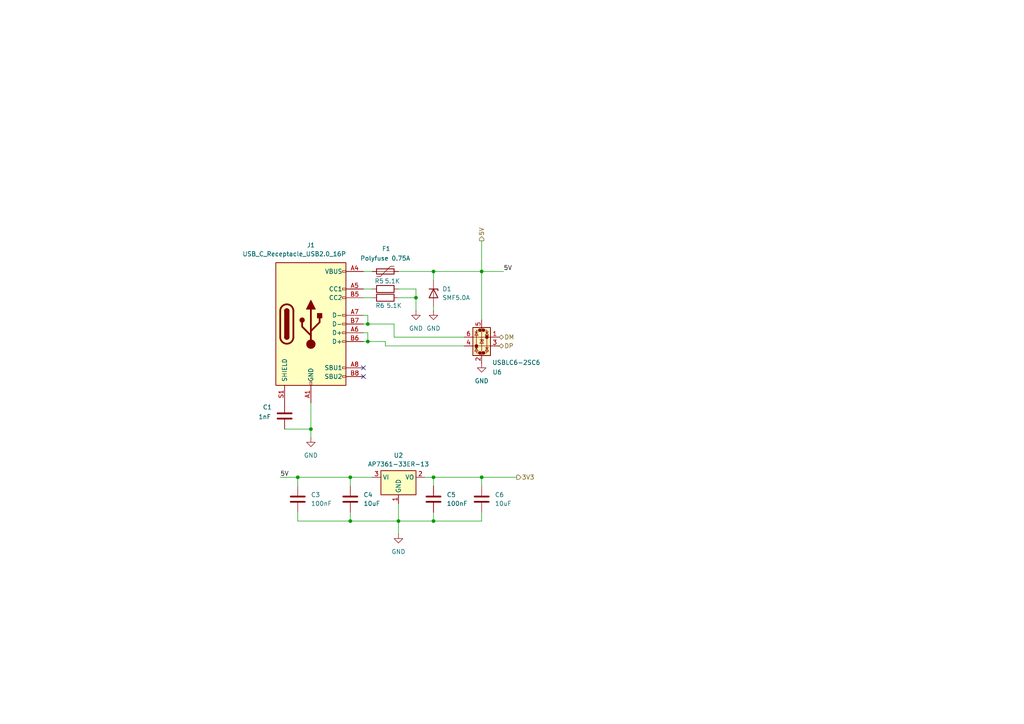
<source format=kicad_sch>
(kicad_sch (version 20250114) (generator "eeschema") (generator_version "9.0")
  (paper "A4")
  (lib_symbols
    (symbol "Connector:USB_C_Receptacle_USB2.0_16P" (pin_names (offset 1.016))
      (property "Reference" "J" (at 0 22.225 0))
      (property "Value" "USB_C_Receptacle_USB2.0_16P" (at 0 19.685 0))
      (symbol "USB_C_Receptacle_USB2.0_16P_0_0"
        (rectangle (start -0.254 -17.78) (end 0.254 -16.764))
        (rectangle (start 10.16 15.494) (end 9.144 14.986))
        (rectangle (start 10.16 10.414) (end 9.144 9.906))
        (rectangle (start 10.16 7.874) (end 9.144 7.366))
        (rectangle (start 10.16 2.794) (end 9.144 2.286))
        (rectangle (start 10.16 0.254) (end 9.144 -0.254))
        (rectangle (start 10.16 -2.286) (end 9.144 -2.794))
        (rectangle (start 10.16 -4.826) (end 9.144 -5.334))
        (rectangle (start 10.16 -12.446) (end 9.144 -12.954))
        (rectangle (start 10.16 -14.986) (end 9.144 -15.494))
      )
      (symbol "USB_C_Receptacle_USB2.0_16P_0_1"
        (rectangle (start -10.16 17.78) (end 10.16 -17.78) (stroke (width 0.254)) (fill (type background)))
        (polyline (pts (xy -8.89 -3.81) (xy -8.89 3.81)) (stroke (width 0.508)))
        (rectangle (start -7.62 -3.81) (end -6.35 3.81) (stroke (width 0.254)) (fill (type outline)))
        (arc (start -7.62 3.81) (mid -6.985 4.4423) (end -6.35 3.81) (stroke (width 0.254)))
        (arc (start -7.62 3.81) (mid -6.985 4.4423) (end -6.35 3.81) (stroke (width 0.254)) (fill (type outline)))
        (arc (start -8.89 3.81) (mid -6.985 5.7067) (end -5.08 3.81) (stroke (width 0.508)))
        (arc (start -5.08 -3.81) (mid -6.985 -5.7067) (end -8.89 -3.81) (stroke (width 0.508)))
        (arc (start -6.35 -3.81) (mid -6.985 -4.4423) (end -7.62 -3.81) (stroke (width 0.254)))
        (arc (start -6.35 -3.81) (mid -6.985 -4.4423) (end -7.62 -3.81) (stroke (width 0.254)) (fill (type outline)))
        (polyline (pts (xy -5.08 3.81) (xy -5.08 -3.81)) (stroke (width 0.508)))
        (circle (center -2.54 1.143) (radius 0.635) (stroke (width 0.254)) (fill (type outline)))
        (polyline (pts (xy -1.27 4.318) (xy 0 6.858) (xy 1.27 4.318) (xy -1.27 4.318)) (stroke (width 0.254)) (fill (type outline)))
        (polyline (pts (xy 0 -2.032) (xy 2.54 0.508) (xy 2.54 1.778)) (stroke (width 0.508)))
        (polyline (pts (xy 0 -3.302) (xy -2.54 -0.762) (xy -2.54 0.508)) (stroke (width 0.508)))
        (polyline (pts (xy 0 -5.842) (xy 0 4.318)) (stroke (width 0.508)))
        (circle (center 0 -5.842) (radius 1.27) (fill (type outline)))
        (rectangle (start 1.905 1.778) (end 3.175 3.048) (stroke (width 0.254)) (fill (type outline)))
      )
      (symbol "USB_C_Receptacle_USB2.0_16P_1_1"
        (pin passive line (at -7.62 -22.86 90) (length 5.08) (name "SHIELD") (number "S1"))
        (pin passive line (at 0 -22.86 90) (length 5.08) (name "GND") (number "A1"))
        (pin passive line (at 0 -22.86 90) (length 5.08) (hide yes) (name "GND") (number "A12"))
        (pin passive line (at 0 -22.86 90) (length 5.08) (hide yes) (name "GND") (number "B1"))
        (pin passive line (at 0 -22.86 90) (length 5.08) (hide yes) (name "GND") (number "B12"))
        (pin passive line (at 15.24 15.24 180) (length 5.08) (name "VBUS") (number "A4"))
        (pin passive line (at 15.24 15.24 180) (length 5.08) (hide yes) (name "VBUS") (number "A9"))
        (pin passive line (at 15.24 15.24 180) (length 5.08) (hide yes) (name "VBUS") (number "B4"))
        (pin passive line (at 15.24 15.24 180) (length 5.08) (hide yes) (name "VBUS") (number "B9"))
        (pin bidirectional line (at 15.24 10.16 180) (length 5.08) (name "CC1") (number "A5"))
        (pin bidirectional line (at 15.24 7.62 180) (length 5.08) (name "CC2") (number "B5"))
        (pin bidirectional line (at 15.24 2.54 180) (length 5.08) (name "D-") (number "A7"))
        (pin bidirectional line (at 15.24 0 180) (length 5.08) (name "D-") (number "B7"))
        (pin bidirectional line (at 15.24 -2.54 180) (length 5.08) (name "D+") (number "A6"))
        (pin bidirectional line (at 15.24 -5.08 180) (length 5.08) (name "D+") (number "B6"))
        (pin bidirectional line (at 15.24 -12.7 180) (length 5.08) (name "SBU1") (number "A8"))
        (pin bidirectional line (at 15.24 -15.24 180) (length 5.08) (name "SBU2") (number "B8"))
      )
    )
    (symbol "Device:C" (pin_numbers (hide yes)) (pin_names (offset 0.254))
      (property "Reference" "C" (at 0.635 2.54 0))
      (property "Value" "C" (at 0.635 -2.54 0))
      (symbol "C_0_1"
        (polyline (pts (xy -2.032 0.762) (xy 2.032 0.762)) (stroke (width 0.508)))
        (polyline (pts (xy -2.032 -0.762) (xy 2.032 -0.762)) (stroke (width 0.508)))
      )
      (symbol "C_1_1"
        (pin passive line (at 0 3.81 270) (length 2.794) (name "~") (number "1"))
        (pin passive line (at 0 -3.81 90) (length 2.794) (name "~") (number "2"))
      )
    )
    (symbol "Device:D_Zener" (pin_numbers (hide yes)) (pin_names (offset 1.016) (hide yes))
      (property "Reference" "D" (at 0 2.54 0))
      (property "Value" "D_Zener" (at 0 -2.54 0))
      (symbol "D_Zener_0_1"
        (polyline (pts (xy -1.27 -1.27) (xy -1.27 1.27) (xy -0.762 1.27)) (stroke (width 0.254)))
        (polyline (pts (xy 1.27 0) (xy -1.27 0)))
        (polyline (pts (xy 1.27 -1.27) (xy 1.27 1.27) (xy -1.27 0) (xy 1.27 -1.27)) (stroke (width 0.254)))
      )
      (symbol "D_Zener_1_1"
        (pin passive line (at -3.81 0 0) (length 2.54) (name "K") (number "1"))
        (pin passive line (at 3.81 0 180) (length 2.54) (name "A") (number "2"))
      )
    )
    (symbol "Device:Polyfuse" (pin_numbers (hide yes)) (pin_names (offset 0))
      (property "Reference" "F" (at -2.54 0 90))
      (property "Value" "Polyfuse" (at 2.54 0 90))
      (symbol "Polyfuse_0_1"
        (polyline (pts (xy -1.524 2.54) (xy -1.524 1.524) (xy 1.524 -1.524) (xy 1.524 -2.54)))
        (rectangle (start -0.762 2.54) (end 0.762 -2.54) (stroke (width 0.254)))
        (polyline (pts (xy 0 2.54) (xy 0 -2.54)))
      )
      (symbol "Polyfuse_1_1"
        (pin passive line (at 0 3.81 270) (length 1.27) (name "~") (number "1"))
        (pin passive line (at 0 -3.81 90) (length 1.27) (name "~") (number "2"))
      )
    )
    (symbol "Device:R" (pin_numbers (hide yes)) (pin_names (offset 0))
      (property "Reference" "R" (at 2.032 0 90))
      (property "Value" "R" (at 0 0 90))
      (symbol "R_0_1"
        (rectangle (start -1.016 -2.54) (end 1.016 2.54) (stroke (width 0.254)))
      )
      (symbol "R_1_1"
        (pin passive line (at 0 3.81 270) (length 1.27) (name "~") (number "1"))
        (pin passive line (at 0 -3.81 90) (length 1.27) (name "~") (number "2"))
      )
    )
    (symbol "Power_Protection:USBLC6-2SC6" (pin_names (hide yes))
      (property "Reference" "U" (at 0.635 5.715 0))
      (property "Value" "USBLC6-2SC6" (at 0.635 3.81 0))
      (symbol "USBLC6-2SC6_0_0"
        (circle (center -1.524 0) (radius 0.0001) (stroke (width 0.508)))
        (circle (center -0.508 2.032) (radius 0.0001) (stroke (width 0.508)))
        (circle (center -0.508 -4.572) (radius 0.0001) (stroke (width 0.508)))
        (circle (center 0.508 2.032) (radius 0.0001) (stroke (width 0.508)))
        (circle (center 0.508 -4.572) (radius 0.0001) (stroke (width 0.508)))
        (circle (center 1.524 -2.54) (radius 0.0001) (stroke (width 0.508)))
      )
      (symbol "USBLC6-2SC6_0_1"
        (polyline (pts (xy -2.54 0) (xy 2.54 0)))
        (polyline (pts (xy -2.54 -2.54) (xy 2.54 -2.54)))
        (polyline (pts (xy -2.032 0.508) (xy -1.016 0.508) (xy -1.524 1.524) (xy -2.032 0.508)))
        (polyline (pts (xy -2.032 -3.048) (xy -1.016 -3.048)))
        (polyline (pts (xy -1.016 1.524) (xy -2.032 1.524)))
        (polyline (pts (xy -1.016 -4.064) (xy -2.032 -4.064) (xy -1.524 -3.048) (xy -1.016 -4.064)))
        (polyline (pts (xy -0.508 -1.143) (xy -0.508 -0.762) (xy 0.508 -0.762)))
        (polyline (pts (xy 0 2.54) (xy -0.508 2.032) (xy 0.508 2.032) (xy 0 1.524) (xy 0 -4.064) (xy -0.508 -4.572) (xy 0.508 -4.572) (xy 0 -5.08)))
        (polyline (pts (xy 0.508 -1.778) (xy -0.508 -1.778) (xy 0 -0.762) (xy 0.508 -1.778)))
        (polyline (pts (xy 1.016 1.524) (xy 2.032 1.524)))
        (polyline (pts (xy 1.016 -3.048) (xy 2.032 -3.048)))
        (polyline (pts (xy 2.032 0.508) (xy 1.016 0.508) (xy 1.524 1.524) (xy 2.032 0.508)))
        (polyline (pts (xy 2.032 -4.064) (xy 1.016 -4.064) (xy 1.524 -3.048) (xy 2.032 -4.064)))
      )
      (symbol "USBLC6-2SC6_1_1"
        (rectangle (start -2.54 2.794) (end 2.54 -5.334) (stroke (width 0.254)) (fill (type background)))
        (polyline (pts (xy -0.508 2.032) (xy -1.524 2.032) (xy -1.524 -4.572) (xy -0.508 -4.572)))
        (polyline (pts (xy 0.508 -4.572) (xy 1.524 -4.572) (xy 1.524 2.032) (xy 0.508 2.032)))
        (pin passive line (at -5.08 0 0) (length 2.54) (name "I/O1") (number "1"))
        (pin passive line (at -5.08 -2.54 0) (length 2.54) (name "I/O2") (number "3"))
        (pin passive line (at 0 5.08 270) (length 2.54) (name "VBUS") (number "5"))
        (pin passive line (at 0 -7.62 90) (length 2.54) (name "GND") (number "2"))
        (pin passive line (at 5.08 0 180) (length 2.54) (name "I/O1") (number "6"))
        (pin passive line (at 5.08 -2.54 180) (length 2.54) (name "I/O2") (number "4"))
      )
    )
    (symbol "Regulator_Linear:AMS1117-3.3"
      (property "Reference" "U" (at -3.81 3.175 0))
      (property "Value" "AMS1117-3.3" (at 0 3.175 0))
      (symbol "AMS1117-3.3_0_1"
        (rectangle (start -5.08 -5.08) (end 5.08 1.905) (stroke (width 0.254)) (fill (type background)))
      )
      (symbol "AMS1117-3.3_1_1"
        (pin power_in line (at -7.62 0 0) (length 2.54) (name "VI") (number "3"))
        (pin power_in line (at 0 -7.62 90) (length 2.54) (name "GND") (number "1"))
        (pin power_out line (at 7.62 0 180) (length 2.54) (name "VO") (number "2"))
      )
    )
    (symbol "power:GND" (power) (pin_numbers (hide yes)) (pin_names (offset 0) (hide yes))
      (property "Value" "GND" (at 0 -3.81 0))
      (symbol "GND_0_1"
        (polyline (pts (xy 0 0) (xy 0 -1.27) (xy 1.27 -1.27) (xy 0 -2.54) (xy -1.27 -1.27) (xy 0 -1.27)))
      )
      (symbol "GND_1_1"
        (pin power_in line (at 0 0 270) (length 0) (name "~") (number "1"))
      )
    )
  )
  (junction (at 139.7 138.43))
  (junction (at 139.7 78.74))
  (junction (at 101.6 138.43))
  (junction (at 106.68 93.98))
  (junction (at 106.68 99.06))
  (junction (at 90.17 124.46))
  (junction (at 125.73 138.43))
  (junction (at 86.36 138.43))
  (junction (at 101.6 151.13))
  (junction (at 125.73 78.74))
  (junction (at 120.65 86.36))
  (junction (at 125.73 151.13))
  (junction (at 115.57 151.13))
  (no_connect (at 105.41 106.68))
  (no_connect (at 105.41 109.22))
  (wire (pts (xy 115.57 146.05) (xy 115.57 151.13)))
  (wire (pts (xy 139.7 78.74) (xy 139.7 92.71)))
  (wire (pts (xy 114.3 97.79) (xy 134.62 97.79)))
  (wire (pts (xy 139.7 151.13) (xy 139.7 148.59)))
  (wire (pts (xy 106.68 93.98) (xy 105.41 93.98)))
  (wire (pts (xy 111.76 100.33) (xy 111.76 99.06)))
  (wire (pts (xy 101.6 151.13) (xy 115.57 151.13)))
  (wire (pts (xy 115.57 86.36) (xy 120.65 86.36)))
  (wire (pts (xy 123.19 138.43) (xy 125.73 138.43)))
  (wire (pts (xy 81.28 138.43) (xy 86.36 138.43)))
  (wire (pts (xy 120.65 86.36) (xy 120.65 90.17)))
  (wire (pts (xy 120.65 83.82) (xy 120.65 86.36)))
  (wire (pts (xy 106.68 96.52) (xy 106.68 99.06)))
  (wire (pts (xy 101.6 151.13) (xy 101.6 148.59)))
  (wire (pts (xy 106.68 96.52) (xy 105.41 96.52)))
  (wire (pts (xy 125.73 151.13) (xy 139.7 151.13)))
  (wire (pts (xy 115.57 78.74) (xy 125.73 78.74)))
  (wire (pts (xy 106.68 91.44) (xy 106.68 93.98)))
  (wire (pts (xy 125.73 78.74) (xy 125.73 81.28)))
  (wire (pts (xy 115.57 83.82) (xy 120.65 83.82)))
  (wire (pts (xy 90.17 124.46) (xy 90.17 127)))
  (wire (pts (xy 125.73 138.43) (xy 125.73 140.97)))
  (wire (pts (xy 106.68 93.98) (xy 114.3 93.98)))
  (wire (pts (xy 86.36 140.97) (xy 86.36 138.43)))
  (wire (pts (xy 86.36 148.59) (xy 86.36 151.13)))
  (wire (pts (xy 114.3 93.98) (xy 114.3 97.79)))
  (wire (pts (xy 139.7 138.43) (xy 149.86 138.43)))
  (wire (pts (xy 111.76 99.06) (xy 106.68 99.06)))
  (wire (pts (xy 86.36 138.43) (xy 101.6 138.43)))
  (wire (pts (xy 125.73 138.43) (xy 139.7 138.43)))
  (wire (pts (xy 101.6 138.43) (xy 101.6 140.97)))
  (wire (pts (xy 90.17 116.84) (xy 90.17 124.46)))
  (wire (pts (xy 115.57 151.13) (xy 125.73 151.13)))
  (wire (pts (xy 107.95 83.82) (xy 105.41 83.82)))
  (wire (pts (xy 82.55 124.46) (xy 90.17 124.46)))
  (wire (pts (xy 139.7 69.85) (xy 139.7 78.74)))
  (wire (pts (xy 107.95 86.36) (xy 105.41 86.36)))
  (wire (pts (xy 106.68 99.06) (xy 105.41 99.06)))
  (wire (pts (xy 125.73 78.74) (xy 139.7 78.74)))
  (wire (pts (xy 115.57 151.13) (xy 115.57 154.94)))
  (wire (pts (xy 134.62 100.33) (xy 111.76 100.33)))
  (wire (pts (xy 125.73 151.13) (xy 125.73 148.59)))
  (wire (pts (xy 139.7 78.74) (xy 146.05 78.74)))
  (wire (pts (xy 101.6 138.43) (xy 107.95 138.43)))
  (wire (pts (xy 86.36 151.13) (xy 101.6 151.13)))
  (wire (pts (xy 139.7 138.43) (xy 139.7 140.97)))
  (wire (pts (xy 125.73 88.9) (xy 125.73 90.17)))
  (wire (pts (xy 105.41 78.74) (xy 107.95 78.74)))
  (wire (pts (xy 106.68 91.44) (xy 105.41 91.44)))
  (label "5V" (at 81.28 138.43 0))
  (label "5V" (at 146.05 78.74 0))
  (hierarchical_label "5V" (shape output) (at 139.7 69.85 90))
  (hierarchical_label "DP" (shape bidirectional) (at 144.78 100.33 0))
  (hierarchical_label "DM" (shape bidirectional) (at 144.78 97.79 0))
  (hierarchical_label "3V3" (shape output) (at 149.86 138.43 0))
  (symbol (lib_id "power:GND") (at 120.65 90.17 0) (unit 1)
    (property "Reference" "#PWR07" (effects (hide yes)))
    (property "Value" "GND" (at 120.65 95.25 0))
    (property "Description" "Power symbol creates a global label with name \"GND\" , ground" (effects (hide yes)))
  )
  (symbol (lib_id "Device:C") (at 139.7 144.78 0) (unit 1)
    (property "Reference" "C6" (at 143.51 143.5099 0) (effects (justify left)))
    (property "Value" "10uF" (at 143.51 146.0499 0) (effects (justify left)))
    (property "Footprint" "Capacitor_SMD:C_0805_2012Metric" (effects (hide yes)))
    (property "Description" "Unpolarized capacitor" (effects (hide yes)))
  )
  (symbol (lib_id "Connector:USB_C_Receptacle_USB2.0_16P") (at 90.17 93.98 0) (unit 1)
    (property "Reference" "J1" (at 90.17 71.12 0))
    (property "Value" "USB_C_Receptacle_USB2.0_16P" (at 85.344 73.66 0))
    (property "Footprint" "Connector_USB:USB_C_Receptacle_HRO_TYPE-C-31-M-12" (effects (hide yes)))
    (property "Datasheet" "https://www.usb.org/sites/default/files/documents/usb_type-c.zip" (effects (hide yes)))
    (property "Description" "USB 2.0-only 16P Type-C Receptacle connector" (effects (hide yes)))
    (property "Sim.Library" ".\\" (effects (hide yes)))
  )
  (symbol (lib_id "Power_Protection:USBLC6-2SC6") (at 139.7 97.79 0) (mirror y) (unit 1)
    (property "Reference" "U6" (at 142.8181 107.95 0) (effects (justify right)))
    (property "Value" "USBLC6-2SC6" (at 142.748 105.156 0) (effects (justify right)))
    (property "Footprint" "Package_TO_SOT_SMD:SOT-23-6" (effects (hide yes)))
    (property "Datasheet" "https://www.st.com/resource/en/datasheet/usblc6-2.pdf" (effects (hide yes)))
    (property "Description" "Very low capacitance ESD protection diode, 2 data-line, SOT-23-6" (effects (hide yes)))
  )
  (symbol (lib_id "Device:C") (at 125.73 144.78 0) (unit 1)
    (property "Reference" "C5" (at 129.54 143.5099 0) (effects (justify left)))
    (property "Value" "100nF" (at 129.54 146.0499 0) (effects (justify left)))
    (property "Footprint" "Capacitor_SMD:C_0603_1608Metric" (effects (hide yes)))
    (property "Description" "Unpolarized capacitor" (effects (hide yes)))
  )
  (symbol (lib_id "power:GND") (at 115.57 154.94 0) (unit 1)
    (property "Reference" "#PWR010" (effects (hide yes)))
    (property "Value" "GND" (at 115.57 160.02 0))
    (property "Description" "Power symbol creates a global label with name \"GND\" , ground" (effects (hide yes)))
  )
  (symbol (lib_id "power:GND") (at 139.7 105.41 0) (unit 1)
    (property "Reference" "#PWR021" (effects (hide yes)))
    (property "Value" "GND" (at 139.7 110.49 0))
    (property "Description" "Power symbol creates a global label with name \"GND\" , ground" (effects (hide yes)))
  )
  (symbol (lib_id "Regulator_Linear:AMS1117-3.3") (at 115.57 138.43 0) (unit 1)
    (property "Reference" "U2" (at 115.57 132.08 0))
    (property "Value" "AP7361-33ER-13" (at 115.57 134.62 0))
    (property "Footprint" "Package_TO_SOT_SMD:SOT-223-3_TabPin2" (effects (hide yes)))
    (property "Datasheet" "kicad-embed://AP7361.PDF" (effects (hide yes)))
    (property "Description" "The AP7361 is a 1A, adjustable and fixed output voltage, ultra-low dropout linear regulator with enable" (effects (hide yes)))
  )
  (symbol (lib_id "Device:R") (at 111.76 86.36 90) (unit 1)
    (property "Reference" "R6" (at 110.236 88.646 90))
    (property "Value" "5.1K" (at 114.3 88.646 90))
    (property "Footprint" "Resistor_SMD:R_0603_1608Metric" (effects (hide yes)))
    (property "Description" "Resistor" (effects (hide yes)))
  )
  (symbol (lib_id "Device:C") (at 82.55 120.65 0) (unit 1)
    (property "Reference" "C1" (at 76.2 118.11 0) (effects (justify left)))
    (property "Value" "1nF" (at 74.93 120.904 0) (effects (justify left)))
    (property "Footprint" "Capacitor_SMD:C_0805_2012Metric" (effects (hide yes)))
    (property "Description" "Unpolarized capacitor" (effects (hide yes)))
  )
  (symbol (lib_id "power:GND") (at 125.73 90.17 0) (unit 1)
    (property "Reference" "#PWR08" (effects (hide yes)))
    (property "Value" "GND" (at 125.73 95.25 0))
    (property "Description" "Power symbol creates a global label with name \"GND\" , ground" (effects (hide yes)))
  )
  (symbol (lib_id "Device:Polyfuse") (at 111.76 78.74 90) (unit 1)
    (property "Reference" "F1" (at 112.014 72.136 90))
    (property "Value" "Polyfuse 0.75A" (at 111.76 74.93 90))
    (property "Footprint" "Fuse:Fuse_0805_2012Metric" (effects (hide yes)))
    (property "Description" "Resettable fuse, polymeric positive temperature coefficient" (effects (hide yes)))
  )
  (symbol (lib_id "Device:C") (at 101.6 144.78 0) (unit 1)
    (property "Reference" "C4" (at 105.41 143.5099 0) (effects (justify left)))
    (property "Value" "10uF" (at 105.41 146.0499 0) (effects (justify left)))
    (property "Footprint" "Capacitor_SMD:C_0805_2012Metric" (effects (hide yes)))
    (property "Description" "Unpolarized capacitor" (effects (hide yes)))
  )
  (symbol (lib_id "Device:D_Zener") (at 125.73 85.09 270) (unit 1)
    (property "Reference" "D1" (at 128.27 83.8199 90) (effects (justify left)))
    (property "Value" "SMF5.0A" (at 128.27 86.3599 90) (effects (justify left)))
    (property "Footprint" "Diode_SMD:D_SMF" (effects (hide yes)))
    (property "Datasheet" "kicad-embed://SMBJ50.PDF" (effects (hide yes)))
    (property "Description" "Transient voltage suppressor" (effects (hide yes)))
  )
  (symbol (lib_id "power:GND") (at 90.17 127 0) (unit 1)
    (property "Reference" "#PWR09" (effects (hide yes)))
    (property "Value" "GND" (at 90.17 132.08 0))
    (property "Description" "Power symbol creates a global label with name \"GND\" , ground" (effects (hide yes)))
  )
  (symbol (lib_id "Device:C") (at 86.36 144.78 0) (unit 1)
    (property "Reference" "C3" (at 90.17 143.5099 0) (effects (justify left)))
    (property "Value" "100nF" (at 90.17 146.0499 0) (effects (justify left)))
    (property "Footprint" "Capacitor_SMD:C_0603_1608Metric" (effects (hide yes)))
    (property "Description" "Unpolarized capacitor" (effects (hide yes)))
  )
  (symbol (lib_id "Device:R") (at 111.76 83.82 90) (unit 1)
    (property "Reference" "R5" (at 109.982 81.534 90))
    (property "Value" "5.1K" (at 113.792 81.534 90))
    (property "Footprint" "Resistor_SMD:R_0603_1608Metric" (effects (hide yes)))
    (property "Description" "Resistor" (effects (hide yes)))
  )
)
</source>
